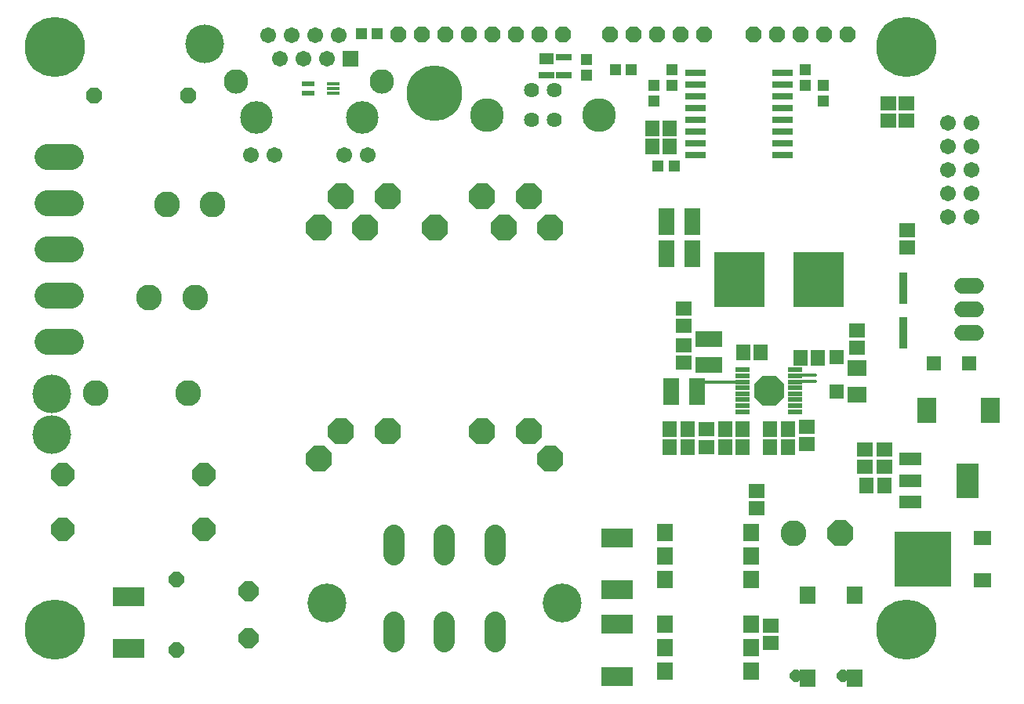
<source format=gts>
G75*
G70*
%OFA0B0*%
%FSLAX24Y24*%
%IPPOS*%
%LPD*%
%AMOC8*
5,1,8,0,0,1.08239X$1,22.5*
%
%ADD10C,0.0120*%
%ADD11C,0.0140*%
%ADD12C,0.1100*%
%ADD13OC8,0.1100*%
%ADD14R,0.0671X0.0749*%
%ADD15R,0.0592X0.0671*%
%ADD16R,0.0671X0.0592*%
%ADD17R,0.0631X0.0631*%
%ADD18R,0.0640X0.0220*%
%ADD19R,0.0880X0.0880*%
%ADD20OC8,0.1299*%
%ADD21R,0.1143X0.0710*%
%ADD22R,0.2165X0.2362*%
%ADD23R,0.0710X0.1143*%
%ADD24C,0.1100*%
%ADD25OC8,0.0973*%
%ADD26R,0.0790X0.0710*%
%ADD27C,0.0907*%
%ADD28R,0.1340X0.0789*%
%ADD29OC8,0.0640*%
%ADD30OC8,0.0840*%
%ADD31C,0.1653*%
%ADD32R,0.0678X0.0781*%
%ADD33R,0.0789X0.1064*%
%ADD34C,0.0674*%
%ADD35C,0.0674*%
%ADD36R,0.0960X0.0560*%
%ADD37R,0.0953X0.1504*%
%ADD38C,0.0640*%
%ADD39C,0.1436*%
%ADD40OC8,0.0674*%
%ADD41R,0.0674X0.0674*%
%ADD42C,0.1039*%
%ADD43C,0.1386*%
%ADD44R,0.0474X0.0513*%
%ADD45R,0.0380X0.1360*%
%ADD46R,0.0520X0.0180*%
%ADD47R,0.0520X0.0200*%
%ADD48R,0.0600X0.0450*%
%ADD49R,0.0700X0.0300*%
%ADD50OC8,0.0680*%
%ADD51R,0.2444X0.2365*%
%ADD52R,0.0749X0.0592*%
%ADD53R,0.0860X0.0300*%
%ADD54C,0.2562*%
%ADD55C,0.1650*%
%ADD56OC8,0.0516*%
%ADD57C,0.2365*%
D10*
X056713Y017559D02*
X058088Y017559D01*
D11*
X060463Y017584D02*
X061413Y017584D01*
X061413Y017834D02*
X060488Y017834D01*
D12*
X060464Y011125D03*
X034738Y017099D03*
X030801Y017099D03*
X033089Y021166D03*
X035039Y021166D03*
X035787Y025103D03*
X033837Y025103D03*
D13*
X040317Y024131D03*
X042285Y024131D03*
X045238Y024131D03*
X048191Y024131D03*
X050159Y024131D03*
X049238Y025459D03*
X047238Y025459D03*
X043238Y025459D03*
X041238Y025459D03*
X041238Y015459D03*
X043238Y015459D03*
X040317Y014288D03*
X047238Y015459D03*
X049238Y015459D03*
X050159Y014288D03*
X062464Y011125D03*
D14*
X063092Y008481D03*
X061084Y008481D03*
X061084Y004938D03*
X063092Y004938D03*
D15*
X063589Y013134D03*
X064337Y013134D03*
X060237Y014784D03*
X059489Y014784D03*
X058312Y014784D03*
X057564Y014784D03*
X057564Y015559D03*
X058312Y015559D03*
X059489Y015559D03*
X060237Y015559D03*
X055962Y015559D03*
X055214Y015559D03*
X055214Y014784D03*
X055962Y014784D03*
X060764Y018584D03*
X061512Y018584D03*
X059087Y018809D03*
X058339Y018809D03*
X055212Y027584D03*
X054464Y027584D03*
X054464Y028359D03*
X055212Y028359D03*
D16*
X064513Y028685D03*
X065288Y028685D03*
X065288Y029433D03*
X064513Y029433D03*
X065313Y024033D03*
X065313Y023285D03*
X063188Y019758D03*
X063188Y019010D03*
X055813Y019133D03*
X055813Y018385D03*
X055813Y019935D03*
X055813Y020683D03*
X061038Y015658D03*
X061038Y014910D03*
X063513Y014683D03*
X064338Y014683D03*
X064338Y013935D03*
X063513Y013935D03*
X058913Y012933D03*
X058913Y012185D03*
X056763Y014795D03*
X056763Y015543D03*
X059513Y007183D03*
X059513Y006435D03*
D17*
X062313Y017136D03*
X062313Y018632D03*
X066440Y018359D03*
X067936Y018359D03*
D18*
X060558Y018084D03*
X060558Y017824D03*
X060558Y017564D03*
X060558Y017314D03*
X060558Y017054D03*
X060558Y016804D03*
X060558Y016544D03*
X060558Y016284D03*
X058318Y016284D03*
X058318Y016544D03*
X058318Y016804D03*
X058318Y017054D03*
X058318Y017314D03*
X058318Y017564D03*
X058318Y017824D03*
X058318Y018084D03*
D19*
X059438Y017184D03*
D20*
X059438Y017184D03*
D21*
X056888Y018283D03*
X056888Y019386D03*
D22*
X058190Y021909D03*
X061536Y021909D03*
D23*
X056189Y023009D03*
X055087Y023009D03*
X055087Y024384D03*
X056189Y024384D03*
X056389Y017159D03*
X055287Y017159D03*
D24*
X029745Y019281D02*
X028745Y019281D01*
X028745Y021250D02*
X029745Y021250D01*
X029745Y023218D02*
X028745Y023218D01*
X028745Y025187D02*
X029745Y025187D01*
X029745Y027155D02*
X028745Y027155D01*
D25*
X029423Y013605D03*
X029423Y011299D03*
X035423Y011299D03*
X035423Y013605D03*
D26*
X063188Y017025D03*
X063188Y018144D03*
D27*
X047763Y011047D02*
X047763Y010222D01*
X045613Y010222D02*
X045613Y011047D01*
X043463Y011047D02*
X043463Y010222D01*
X043463Y007347D02*
X043463Y006522D01*
X045613Y006522D02*
X045613Y007347D01*
X047763Y007347D02*
X047763Y006522D01*
D28*
X052988Y007237D03*
X052988Y008707D03*
X052988Y010912D03*
X052988Y005032D03*
X032213Y006207D03*
X032213Y008412D03*
D29*
X034238Y009159D03*
X034238Y006159D03*
D30*
X037313Y006634D03*
X037313Y008634D03*
D31*
X040638Y008159D03*
X050638Y008159D03*
D32*
X055009Y007234D03*
X055009Y006234D03*
X055009Y005234D03*
X058667Y005234D03*
X058667Y006234D03*
X058667Y007234D03*
X058667Y009134D03*
X058667Y010134D03*
X058667Y011134D03*
X055009Y011134D03*
X055009Y010134D03*
X055009Y009134D03*
D33*
X066130Y016359D03*
X068846Y016359D03*
D34*
X068235Y019659D02*
X067641Y019659D01*
X067641Y020659D02*
X068235Y020659D01*
X068235Y021659D02*
X067641Y021659D01*
D35*
X068057Y024572D03*
X067057Y024572D03*
X067057Y025572D03*
X068057Y025572D03*
X068057Y026572D03*
X067057Y026572D03*
X067057Y027572D03*
X068057Y027572D03*
X068057Y028572D03*
X067057Y028572D03*
X042383Y027215D03*
X041383Y027215D03*
X038402Y027215D03*
X037402Y027215D03*
X038643Y031333D03*
X039643Y031333D03*
X040643Y031333D03*
X041143Y032333D03*
X040143Y032333D03*
X039143Y032333D03*
X038143Y032333D03*
D36*
X065443Y014269D03*
X065443Y013359D03*
X065443Y012450D03*
D37*
X067883Y013359D03*
D38*
X050321Y028711D03*
X049336Y028711D03*
X049336Y029970D03*
X050321Y029970D03*
D39*
X052199Y028907D03*
X047458Y028907D03*
D40*
X047688Y032334D03*
X048688Y032334D03*
X049688Y032334D03*
X050688Y032334D03*
X052688Y032334D03*
X053688Y032334D03*
X054688Y032334D03*
X055688Y032334D03*
X056688Y032334D03*
X058788Y032334D03*
X059788Y032334D03*
X060788Y032334D03*
X061788Y032334D03*
X062788Y032334D03*
X046688Y032334D03*
X045688Y032334D03*
X044688Y032334D03*
X043688Y032334D03*
D41*
X041643Y031333D03*
D42*
X042993Y030365D03*
X036792Y030365D03*
D43*
X037643Y028833D03*
X042143Y028833D03*
D44*
X042103Y032384D03*
X042772Y032384D03*
X051688Y031269D03*
X052903Y030834D03*
X053572Y030834D03*
X051688Y030600D03*
X054538Y030169D03*
X055313Y030175D03*
X055313Y030844D03*
X054538Y029500D03*
X060963Y030175D03*
X061738Y030194D03*
X061738Y029525D03*
X060963Y030844D03*
X055397Y026759D03*
X054728Y026759D03*
D45*
X065138Y021559D03*
X065138Y019659D03*
D46*
X040928Y029859D03*
X040928Y030059D03*
X040928Y030259D03*
D47*
X039848Y030259D03*
X039848Y029859D03*
D48*
X049963Y031309D03*
D49*
X050713Y031389D03*
X050713Y030629D03*
X049963Y030629D03*
D50*
X034738Y029734D03*
X030738Y029734D03*
D51*
X065989Y010009D03*
D52*
X068524Y009110D03*
X068524Y010909D03*
D53*
X060013Y027209D03*
X060013Y027709D03*
X060013Y028209D03*
X060013Y028709D03*
X060013Y029209D03*
X060013Y029709D03*
X060013Y030209D03*
X060013Y030709D03*
X056313Y030709D03*
X056313Y030209D03*
X056313Y029709D03*
X056313Y029209D03*
X056313Y028709D03*
X056313Y028209D03*
X056313Y027709D03*
X056313Y027209D03*
D54*
X029063Y007015D03*
X065283Y007015D03*
X065283Y031819D03*
X029063Y031819D03*
D55*
X035438Y031959D03*
X028938Y017059D03*
X028938Y015309D03*
D56*
X060588Y005059D03*
X062588Y005059D03*
D57*
X045204Y029850D03*
M02*

</source>
